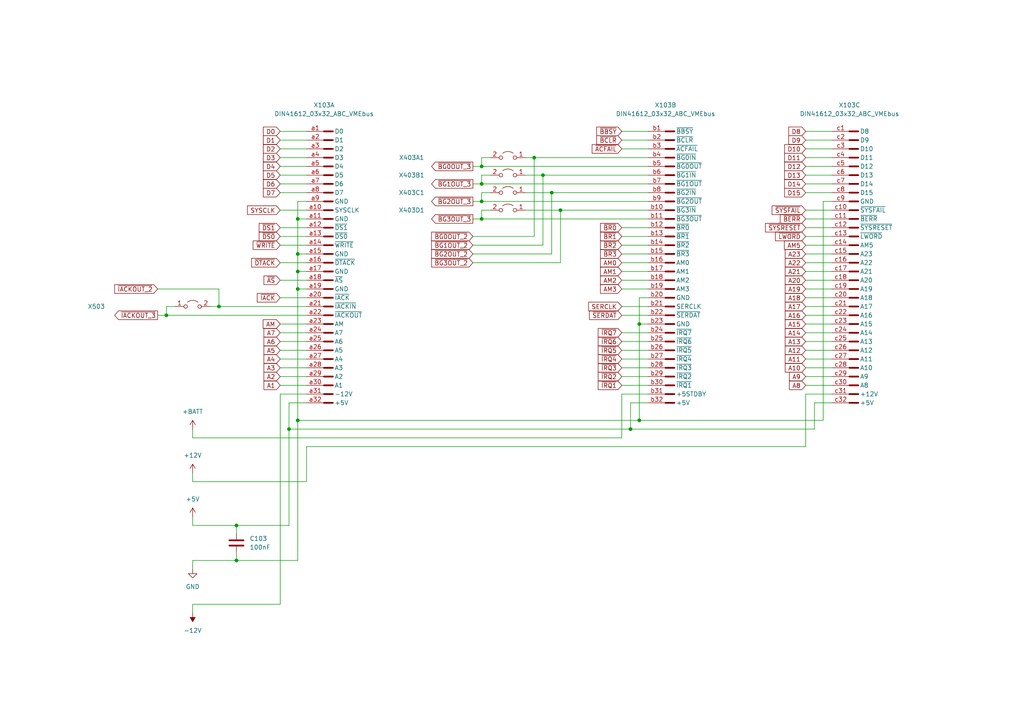
<source format=kicad_sch>
(kicad_sch (version 20211123) (generator eeschema)
  (paper "A4")
  (title_block (title "SLOT 2") (date "2024-01-03") (rev "1") (company "TOM STOREY") (comment 1 "FREE FOR NON-COMMERCIAL USE"))
  (lib_symbols
    (symbol "COMET symbols:C" (pin_numbers hide) (pin_names hide)
      (property "Reference" "C" (at 0 0 0))
      (property "Value" "C" (at 0 0 0))
      (symbol "C_0_1"
        (polyline (pts (xy -2.032 -0.762) (xy 2.032 -0.762)) (stroke (width 0.508)))
        (polyline (pts (xy -2.032 0.762) (xy 2.032 0.762)) (stroke (width 0.508)))
      )
      (symbol "C_1_1"
        (pin passive line (at 0 2.54 270) (length 1.524) (name "~") (number "1"))
        (pin passive line (at 0 -2.54 90) (length 1.524) (name "~") (number "2"))
      )
    )
    (symbol "COMET symbols:DIN41612_03x32_ABC_VMEbus" (pin_names (offset 3.048))
      (property "Reference" "X1" (at -20.32 45.72 0))
      (property "Value" "DIN41612_03x32_ABC_VMEbus" (at -20.32 43.18 0))
      (symbol "DIN41612_03x32_ABC_VMEbus_1_1"
        (polyline (pts (xy 0 -40.64) (xy 2.54 -40.64)) (stroke (width 0.508)))
        (polyline (pts (xy 0 -38.1) (xy 2.54 -38.1)) (stroke (width 0.508)))
        (polyline (pts (xy 0 -35.56) (xy 2.54 -35.56)) (stroke (width 0.508)))
        (polyline (pts (xy 0 -33.02) (xy 2.54 -33.02)) (stroke (width 0.508)))
        (polyline (pts (xy 0 -30.48) (xy 2.54 -30.48)) (stroke (width 0.508)))
        (polyline (pts (xy 0 -27.94) (xy 2.54 -27.94)) (stroke (width 0.508)))
        (polyline (pts (xy 0 -25.4) (xy 2.54 -25.4)) (stroke (width 0.508)))
        (polyline (pts (xy 0 -22.86) (xy 2.54 -22.86)) (stroke (width 0.508)))
        (polyline (pts (xy 0 -20.32) (xy 2.54 -20.32)) (stroke (width 0.508)))
        (polyline (pts (xy 0 -17.78) (xy 2.54 -17.78)) (stroke (width 0.508)))
        (polyline (pts (xy 0 -15.24) (xy 2.54 -15.24)) (stroke (width 0.508)))
        (polyline (pts (xy 0 -12.7) (xy 2.54 -12.7)) (stroke (width 0.508)))
        (polyline (pts (xy 0 -10.16) (xy 2.54 -10.16)) (stroke (width 0.508)))
        (polyline (pts (xy 0 -7.62) (xy 2.54 -7.62)) (stroke (width 0.508)))
        (polyline (pts (xy 0 -5.08) (xy 2.54 -5.08)) (stroke (width 0.508)))
        (polyline (pts (xy 0 -2.54) (xy 2.54 -2.54)) (stroke (width 0.508)))
        (polyline (pts (xy 0 0) (xy 2.54 0)) (stroke (width 0.508)))
        (polyline (pts (xy 0 2.54) (xy 2.54 2.54)) (stroke (width 0.508)))
        (polyline (pts (xy 0 5.08) (xy 2.54 5.08)) (stroke (width 0.508)))
        (polyline (pts (xy 0 7.62) (xy 2.54 7.62)) (stroke (width 0.508)))
        (polyline (pts (xy 0 10.16) (xy 2.54 10.16)) (stroke (width 0.508)))
        (polyline (pts (xy 0 12.7) (xy 2.54 12.7)) (stroke (width 0.508)))
        (polyline (pts (xy 0 15.24) (xy 2.54 15.24)) (stroke (width 0.508)))
        (polyline (pts (xy 0 17.78) (xy 2.54 17.78)) (stroke (width 0.508)))
        (polyline (pts (xy 0 20.32) (xy 2.54 20.32)) (stroke (width 0.508)))
        (polyline (pts (xy 0 22.86) (xy 2.54 22.86)) (stroke (width 0.508)))
        (polyline (pts (xy 0 25.4) (xy 2.54 25.4)) (stroke (width 0.508)))
        (polyline (pts (xy 0 27.94) (xy 2.54 27.94)) (stroke (width 0.508)))
        (polyline (pts (xy 0 30.48) (xy 2.54 30.48)) (stroke (width 0.508)))
        (polyline (pts (xy 0 33.02) (xy 2.54 33.02)) (stroke (width 0.508)))
        (polyline (pts (xy 0 35.56) (xy 2.54 35.56)) (stroke (width 0.508)))
        (polyline (pts (xy 0 38.1) (xy 2.54 38.1)) (stroke (width 0.508)))
        (pin passive line (at -5.08 38.1 0) (length 5.08) (name "D0") (number "a1"))
        (pin passive line (at -5.08 15.24 0) (length 5.08) (name "SYSCLK") (number "a10"))
        (pin passive line (at -5.08 12.7 0) (length 5.08) (name "GND") (number "a11"))
        (pin passive line (at -5.08 10.16 0) (length 5.08) (name "~{DS1}") (number "a12"))
        (pin passive line (at -5.08 7.62 0) (length 5.08) (name "~{DS0}") (number "a13"))
        (pin passive line (at -5.08 5.08 0) (length 5.08) (name "~{WRITE}") (number "a14"))
        (pin passive line (at -5.08 2.54 0) (length 5.08) (name "GND") (number "a15"))
        (pin passive line (at -5.08 0 0) (length 5.08) (name "~{DTACK}") (number "a16"))
        (pin passive line (at -5.08 -2.54 0) (length 5.08) (name "GND") (number "a17"))
        (pin passive line (at -5.08 -5.08 0) (length 5.08) (name "~{AS}") (number "a18"))
        (pin passive line (at -5.08 -7.62 0) (length 5.08) (name "GND") (number "a19"))
        (pin passive line (at -5.08 35.56 0) (length 5.08) (name "D1") (number "a2"))
        (pin passive line (at -5.08 -10.16 0) (length 5.08) (name "~{IACK}") (number "a20"))
        (pin passive line (at -5.08 -12.7 0) (length 5.08) (name "~{IACKIN}") (number "a21"))
        (pin passive line (at -5.08 -15.24 0) (length 5.08) (name "~{IACKOUT}") (number "a22"))
        (pin passive line (at -5.08 -17.78 0) (length 5.08) (name "AM") (number "a23"))
        (pin passive line (at -5.08 -20.32 0) (length 5.08) (name "A7") (number "a24"))
        (pin passive line (at -5.08 -22.86 0) (length 5.08) (name "A6") (number "a25"))
        (pin passive line (at -5.08 -25.4 0) (length 5.08) (name "A5") (number "a26"))
        (pin passive line (at -5.08 -27.94 0) (length 5.08) (name "A4") (number "a27"))
        (pin passive line (at -5.08 -30.48 0) (length 5.08) (name "A3") (number "a28"))
        (pin passive line (at -5.08 -33.02 0) (length 5.08) (name "A2") (number "a29"))
        (pin passive line (at -5.08 33.02 0) (length 5.08) (name "D2") (number "a3"))
        (pin passive line (at -5.08 -35.56 0) (length 5.08) (name "A1") (number "a30"))
        (pin passive line (at -5.08 -38.1 0) (length 5.08) (name "-12V") (number "a31"))
        (pin passive line (at -5.08 -40.64 0) (length 5.08) (name "+5V") (number "a32"))
        (pin passive line (at -5.08 30.48 0) (length 5.08) (name "D3") (number "a4"))
        (pin passive line (at -5.08 27.94 0) (length 5.08) (name "D4") (number "a5"))
        (pin passive line (at -5.08 25.4 0) (length 5.08) (name "D5") (number "a6"))
        (pin passive line (at -5.08 22.86 0) (length 5.08) (name "D6") (number "a7"))
        (pin passive line (at -5.08 20.32 0) (length 5.08) (name "D7") (number "a8"))
        (pin passive line (at -5.08 17.78 0) (length 5.08) (name "GND") (number "a9"))
      )
      (symbol "DIN41612_03x32_ABC_VMEbus_2_1"
        (polyline (pts (xy 0 -40.64) (xy 2.54 -40.64)) (stroke (width 0.508)))
        (polyline (pts (xy 0 -38.1) (xy 2.54 -38.1)) (stroke (width 0.508)))
        (polyline (pts (xy 0 -35.56) (xy 2.54 -35.56)) (stroke (width 0.508)))
        (polyline (pts (xy 0 -33.02) (xy 2.54 -33.02)) (stroke (width 0.508)))
        (polyline (pts (xy 0 -30.48) (xy 2.54 -30.48)) (stroke (width 0.508)))
        (polyline (pts (xy 0 -27.94) (xy 2.54 -27.94)) (stroke (width 0.508)))
        (polyline (pts (xy 0 -25.4) (xy 2.54 -25.4)) (stroke (width 0.508)))
        (polyline (pts (xy 0 -22.86) (xy 2.54 -22.86)) (stroke (width 0.508)))
        (polyline (pts (xy 0 -20.32) (xy 2.54 -20.32)) (stroke (width 0.508)))
        (polyline (pts (xy 0 -17.78) (xy 2.54 -17.78)) (stroke (width 0.508)))
        (polyline (pts (xy 0 -15.24) (xy 2.54 -15.24)) (stroke (width 0.508)))
        (polyline (pts (xy 0 -12.7) (xy 2.54 -12.7)) (stroke (width 0.508)))
        (polyline (pts (xy 0 -10.16) (xy 2.54 -10.16)) (stroke (width 0.508)))
        (polyline (pts (xy 0 -7.62) (xy 2.54 -7.62)) (stroke (width 0.508)))
        (polyline (pts (xy 0 -5.08) (xy 2.54 -5.08)) (stroke (width 0.508)))
        (polyline (pts (xy 0 -2.54) (xy 2.54 -2.54)) (stroke (width 0.508)))
        (polyline (pts (xy 0 0) (xy 2.54 0)) (stroke (width 0.508)))
        (polyline (pts (xy 0 2.54) (xy 2.54 2.54)) (stroke (width 0.508)))
        (polyline (pts (xy 0 5.08) (xy 2.54 5.08)) (stroke (width 0.508)))
        (polyline (pts (xy 0 7.62) (xy 2.54 7.62)) (stroke (width 0.508)))
        (polyline (pts (xy 0 10.16) (xy 2.54 10.16)) (stroke (width 0.508)))
        (polyline (pts (xy 0 12.7) (xy 2.54 12.7)) (stroke (width 0.508)))
        (polyline (pts (xy 0 15.24) (xy 2.54 15.24)) (stroke (width 0.508)))
        (polyline (pts (xy 0 17.78) (xy 2.54 17.78)) (stroke (width 0.508)))
        (polyline (pts (xy 0 20.32) (xy 2.54 20.32)) (stroke (width 0.508)))
        (polyline (pts (xy 0 22.86) (xy 2.54 22.86)) (stroke (width 0.508)))
        (polyline (pts (xy 0 25.4) (xy 2.54 25.4)) (stroke (width 0.508)))
        (polyline (pts (xy 0 27.94) (xy 2.54 27.94)) (stroke (width 0.508)))
        (polyline (pts (xy 0 30.48) (xy 2.54 30.48)) (stroke (width 0.508)))
        (polyline (pts (xy 0 33.02) (xy 2.54 33.02)) (stroke (width 0.508)))
        (polyline (pts (xy 0 35.56) (xy 2.54 35.56)) (stroke (width 0.508)))
        (polyline (pts (xy 0 38.1) (xy 2.54 38.1)) (stroke (width 0.508)))
        (pin passive line (at -5.08 38.1 0) (length 5.08) (name "~{BBSY}") (number "b1"))
        (pin passive line (at -5.08 15.24 0) (length 5.08) (name "~{BG3IN}") (number "b10"))
        (pin passive line (at -5.08 12.7 0) (length 5.08) (name "~{BG3OUT}") (number "b11"))
        (pin passive line (at -5.08 10.16 0) (length 5.08) (name "~{BR0}") (number "b12"))
        (pin passive line (at -5.08 7.62 0) (length 5.08) (name "~{BR1}") (number "b13"))
        (pin passive line (at -5.08 5.08 0) (length 5.08) (name "~{BR2}") (number "b14"))
        (pin passive line (at -5.08 2.54 0) (length 5.08) (name "~{BR3}") (number "b15"))
        (pin passive line (at -5.08 0 0) (length 5.08) (name "AM0") (number "b16"))
        (pin passive line (at -5.08 -2.54 0) (length 5.08) (name "AM1") (number "b17"))
        (pin passive line (at -5.08 -5.08 0) (length 5.08) (name "AM2") (number "b18"))
        (pin passive line (at -5.08 -7.62 0) (length 5.08) (name "AM3") (number "b19"))
        (pin passive line (at -5.08 35.56 0) (length 5.08) (name "~{BCLR}") (number "b2"))
        (pin passive line (at -5.08 -10.16 0) (length 5.08) (name "GND") (number "b20"))
        (pin passive line (at -5.08 -12.7 0) (length 5.08) (name "SERCLK") (number "b21"))
        (pin passive line (at -5.08 -15.24 0) (length 5.08) (name "~{SERDAT}") (number "b22"))
        (pin passive line (at -5.08 -17.78 0) (length 5.08) (name "GND") (number "b23"))
        (pin passive line (at -5.08 -20.32 0) (length 5.08) (name "~{IRQ7}") (number "b24"))
        (pin passive line (at -5.08 -22.86 0) (length 5.08) (name "~{IRQ6}") (number "b25"))
        (pin passive line (at -5.08 -25.4 0) (length 5.08) (name "~{IRQ5}") (number "b26"))
        (pin passive line (at -5.08 -27.94 0) (length 5.08) (name "~{IRQ4}") (number "b27"))
        (pin passive line (at -5.08 -30.48 0) (length 5.08) (name "~{IRQ3}") (number "b28"))
        (pin passive line (at -5.08 -33.02 0) (length 5.08) (name "~{IRQ2}") (number "b29"))
        (pin passive line (at -5.08 33.02 0) (length 5.08) (name "~{ACFAIL}") (number "b3"))
        (pin passive line (at -5.08 -35.56 0) (length 5.08) (name "~{IRQ1}") (number "b30"))
        (pin passive line (at -5.08 -38.1 0) (length 5.08) (name "+5STDBY") (number "b31"))
        (pin passive line (at -5.08 -40.64 0) (length 5.08) (name "+5V") (number "b32"))
        (pin passive line (at -5.08 30.48 0) (length 5.08) (name "~{BG0IN}") (number "b4"))
        (pin passive line (at -5.08 27.94 0) (length 5.08) (name "~{BG0OUT}") (number "b5"))
        (pin passive line (at -5.08 25.4 0) (length 5.08) (name "~{BG1IN}") (number "b6"))
        (pin passive line (at -5.08 22.86 0) (length 5.08) (name "~{BG1OUT}") (number "b7"))
        (pin passive line (at -5.08 20.32 0) (length 5.08) (name "~{BG2IN}") (number "b8"))
        (pin passive line (at -5.08 17.78 0) (length 5.08) (name "~{BG2OUT}") (number "b9"))
      )
      (symbol "DIN41612_03x32_ABC_VMEbus_3_1"
        (polyline (pts (xy 0 -40.64) (xy 2.54 -40.64)) (stroke (width 0.508)))
        (polyline (pts (xy 0 -38.1) (xy 2.54 -38.1)) (stroke (width 0.508)))
        (polyline (pts (xy 0 -35.56) (xy 2.54 -35.56)) (stroke (width 0.508)))
        (polyline (pts (xy 0 -33.02) (xy 2.54 -33.02)) (stroke (width 0.508)))
        (polyline (pts (xy 0 -30.48) (xy 2.54 -30.48)) (stroke (width 0.508)))
        (polyline (pts (xy 0 -27.94) (xy 2.54 -27.94)) (stroke (width 0.508)))
        (polyline (pts (xy 0 -25.4) (xy 2.54 -25.4)) (stroke (width 0.508)))
        (polyline (pts (xy 0 -22.86) (xy 2.54 -22.86)) (stroke (width 0.508)))
        (polyline (pts (xy 0 -20.32) (xy 2.54 -20.32)) (stroke (width 0.508)))
        (polyline (pts (xy 0 -17.78) (xy 2.54 -17.78)) (stroke (width 0.508)))
        (polyline (pts (xy 0 -15.24) (xy 2.54 -15.24)) (stroke (width 0.508)))
        (polyline (pts (xy 0 -12.7) (xy 2.54 -12.7)) (stroke (width 0.508)))
        (polyline (pts (xy 0 -10.16) (xy 2.54 -10.16)) (stroke (width 0.508)))
        (polyline (pts (xy 0 -7.62) (xy 2.54 -7.62)) (stroke (width 0.508)))
        (polyline (pts (xy 0 -5.08) (xy 2.54 -5.08)) (stroke (width 0.508)))
        (polyline (pts (xy 0 -2.54) (xy 2.54 -2.54)) (stroke (width 0.508)))
        (polyline (pts (xy 0 0) (xy 2.54 0)) (stroke (width 0.508)))
        (polyline (pts (xy 0 2.54) (xy 2.54 2.54)) (stroke (width 0.508)))
        (polyline (pts (xy 0 5.08) (xy 2.54 5.08)) (stroke (width 0.508)))
        (polyline (pts (xy 0 7.62) (xy 2.54 7.62)) (stroke (width 0.508)))
        (polyline (pts (xy 0 10.16) (xy 2.54 10.16)) (stroke (width 0.508)))
        (polyline (pts (xy 0 12.7) (xy 2.54 12.7)) (stroke (width 0.508)))
        (polyline (pts (xy 0 15.24) (xy 2.54 15.24)) (stroke (width 0.508)))
        (polyline (pts (xy 0 17.78) (xy 2.54 17.78)) (stroke (width 0.508)))
        (polyline (pts (xy 0 20.32) (xy 2.54 20.32)) (stroke (width 0.508)))
        (polyline (pts (xy 0 22.86) (xy 2.54 22.86)) (stroke (width 0.508)))
        (polyline (pts (xy 0 25.4) (xy 2.54 25.4)) (stroke (width 0.508)))
        (polyline (pts (xy 0 27.94) (xy 2.54 27.94)) (stroke (width 0.508)))
        (polyline (pts (xy 0 30.48) (xy 2.54 30.48)) (stroke (width 0.508)))
        (polyline (pts (xy 0 33.02) (xy 2.54 33.02)) (stroke (width 0.508)))
        (polyline (pts (xy 0 35.56) (xy 2.54 35.56)) (stroke (width 0.508)))
        (polyline (pts (xy 0 38.1) (xy 2.54 38.1)) (stroke (width 0.508)))
        (pin passive line (at -5.08 38.1 0) (length 5.08) (name "D8") (number "c1"))
        (pin passive line (at -5.08 15.24 0) (length 5.08) (name "~{SYSFAIL}") (number "c10"))
        (pin passive line (at -5.08 12.7 0) (length 5.08) (name "~{BERR}") (number "c11"))
        (pin passive line (at -5.08 10.16 0) (length 5.08) (name "~{SYSRESET}") (number "c12"))
        (pin passive line (at -5.08 7.62 0) (length 5.08) (name "~{LWORD}") (number "c13"))
        (pin passive line (at -5.08 5.08 0) (length 5.08) (name "AM5") (number "c14"))
        (pin passive line (at -5.08 2.54 0) (length 5.08) (name "A23") (number "c15"))
        (pin passive line (at -5.08 0 0) (length 5.08) (name "A22") (number "c16"))
        (pin passive line (at -5.08 -2.54 0) (length 5.08) (name "A21") (number "c17"))
        (pin passive line (at -5.08 -5.08 0) (length 5.08) (name "A20") (number "c18"))
        (pin passive line (at -5.08 -7.62 0) (length 5.08) (name "A19") (number "c19"))
        (pin passive line (at -5.08 35.56 0) (length 5.08) (name "D9") (number "c2"))
        (pin passive line (at -5.08 -10.16 0) (length 5.08) (name "A18") (number "c20"))
        (pin passive line (at -5.08 -12.7 0) (length 5.08) (name "A17") (number "c21"))
        (pin passive line (at -5.08 -15.24 0) (length 5.08) (name "A16") (number "c22"))
        (pin passive line (at -5.08 -17.78 0) (length 5.08) (name "A15") (number "c23"))
        (pin passive line (at -5.08 -20.32 0) (length 5.08) (name "A14") (number "c24"))
        (pin passive line (at -5.08 -22.86 0) (length 5.08) (name "A13") (number "c25"))
        (pin passive line (at -5.08 -25.4 0) (length 5.08) (name "A12") (number "c26"))
        (pin passive line (at -5.08 -27.94 0) (length 5.08) (name "A11") (number "c27"))
        (pin passive line (at -5.08 -30.48 0) (length 5.08) (name "A10") (number "c28"))
        (pin passive line (at -5.08 -33.02 0) (length 5.08) (name "A9") (number "c29"))
        (pin passive line (at -5.08 33.02 0) (length 5.08) (name "D10") (number "c3"))
        (pin passive line (at -5.08 -35.56 0) (length 5.08) (name "A8") (number "c30"))
        (pin passive line (at -5.08 -38.1 0) (length 5.08) (name "+12V") (number "c31"))
        (pin passive line (at -5.08 -40.64 0) (length 5.08) (name "+5V") (number "c32"))
        (pin passive line (at -5.08 30.48 0) (length 5.08) (name "D11") (number "c4"))
        (pin passive line (at -5.08 27.94 0) (length 5.08) (name "D12") (number "c5"))
        (pin passive line (at -5.08 25.4 0) (length 5.08) (name "D13") (number "c6"))
        (pin passive line (at -5.08 22.86 0) (length 5.08) (name "D14") (number "c7"))
        (pin passive line (at -5.08 20.32 0) (length 5.08) (name "D15") (number "c8"))
        (pin passive line (at -5.08 17.78 0) (length 5.08) (name "GND") (number "c9"))
      )
    )
    (symbol "Jumper:Jumper_2_Open" (pin_names (offset 0) hide)
      (property "Reference" "JP" (at 0 2.794 0))
      (property "Value" "Jumper_2_Open" (at 0 -2.286 0))
      (symbol "Jumper_2_Open_0_0"
        (circle (center -2.032 0) (radius 0.508))
        (circle (center 2.032 0) (radius 0.508))
      )
      (symbol "Jumper_2_Open_0_1"
        (arc (start 1.524 1.27) (mid 0 1.778) (end -1.524 1.27))
      )
      (symbol "Jumper_2_Open_1_1"
        (pin passive line (at -5.08 0 0) (length 2.54) (name "A") (number "1"))
        (pin passive line (at 5.08 0 180) (length 2.54) (name "B") (number "2"))
      )
    )
    (symbol "power:+12V" (power) (pin_names (offset 0))
      (property "Value" "+12V" (at 0 3.556 0))
      (symbol "+12V_0_1"
        (polyline (pts (xy -0.762 1.27) (xy 0 2.54)))
        (polyline (pts (xy 0 0) (xy 0 2.54)))
        (polyline (pts (xy 0 2.54) (xy 0.762 1.27)))
      )
      (symbol "+12V_1_1"
        (pin power_in line (at 0 0 90) (length 0) hide (name "+12V") (number "1"))
      )
    )
    (symbol "power:+5V" (power) (pin_names (offset 0))
      (property "Value" "+5V" (at 0 3.556 0))
      (symbol "+5V_0_1"
        (polyline (pts (xy -0.762 1.27) (xy 0 2.54)))
        (polyline (pts (xy 0 0) (xy 0 2.54)))
        (polyline (pts (xy 0 2.54) (xy 0.762 1.27)))
      )
      (symbol "+5V_1_1"
        (pin power_in line (at 0 0 90) (length 0) hide (name "+5V") (number "1"))
      )
    )
    (symbol "power:+BATT" (power) (pin_names (offset 0))
      (property "Value" "+BATT" (at 0 3.556 0))
      (symbol "+BATT_0_1"
        (polyline (pts (xy -0.762 1.27) (xy 0 2.54)))
        (polyline (pts (xy 0 0) (xy 0 2.54)))
        (polyline (pts (xy 0 2.54) (xy 0.762 1.27)))
      )
      (symbol "+BATT_1_1"
        (pin power_in line (at 0 0 90) (length 0) hide (name "+BATT") (number "1"))
      )
    )
    (symbol "power:-12V" (power) (pin_names (offset 0))
      (property "Value" "-12V" (at 0 3.81 0))
      (symbol "-12V_0_0"
        (pin power_in line (at 0 0 90) (length 0) hide (name "-12V") (number "1"))
      )
      (symbol "-12V_0_1"
        (polyline (pts (xy 0 0) (xy 0 1.27) (xy 0.762 1.27) (xy 0 2.54) (xy -0.762 1.27) (xy 0 1.27)) (fill (type outline)))
      )
    )
    (symbol "power:GND" (power) (pin_names (offset 0))
      (property "Value" "GND" (at 0 -3.81 0))
      (symbol "GND_0_1"
        (polyline (pts (xy 0 0) (xy 0 -1.27) (xy 1.27 -1.27) (xy 0 -2.54) (xy -1.27 -1.27) (xy 0 -1.27)))
      )
      (symbol "GND_1_1"
        (pin power_in line (at 0 0 270) (length 0) hide (name "GND") (number "1"))
      )
    )
  )
  (junction (at 157.48 50.8))
  (junction (at 63.5 88.9))
  (junction (at 86.36 83.82))
  (junction (at 139.7 58.42))
  (junction (at 139.7 63.5))
  (junction (at 86.36 63.5))
  (junction (at 48.26 91.44))
  (junction (at 154.94 45.72))
  (junction (at 139.7 53.34))
  (junction (at 86.36 78.74))
  (junction (at 139.7 48.26))
  (junction (at 185.42 93.98))
  (junction (at 185.42 121.92))
  (junction (at 83.82 124.46))
  (junction (at 160.02 55.88))
  (junction (at 162.56 60.96))
  (junction (at 86.36 73.66))
  (junction (at 68.58 152.4))
  (junction (at 182.88 124.46))
  (junction (at 68.58 162.56))
  (junction (at 86.36 121.92))
  (wire (pts (xy 238.76 58.42) (xy 238.76 121.92)))
  (wire (pts (xy 137.16 73.66) (xy 160.02 73.66)))
  (wire (pts (xy 152.4 50.8) (xy 157.48 50.8)))
  (wire (pts (xy 180.34 83.82) (xy 187.96 83.82)))
  (wire (pts (xy 233.68 106.68) (xy 241.3 106.68)))
  (wire (pts (xy 81.28 60.96) (xy 88.9 60.96)))
  (wire (pts (xy 180.34 43.18) (xy 187.96 43.18)))
  (wire (pts (xy 68.58 160.02) (xy 68.58 162.56)))
  (wire (pts (xy 137.16 53.34) (xy 139.7 53.34)))
  (wire (pts (xy 233.68 55.88) (xy 241.3 55.88)))
  (wire (pts (xy 233.68 91.44) (xy 241.3 91.44)))
  (wire (pts (xy 86.36 78.74) (xy 88.9 78.74)))
  (wire (pts (xy 81.28 106.68) (xy 88.9 106.68)))
  (wire (pts (xy 137.16 63.5) (xy 139.7 63.5)))
  (wire (pts (xy 233.68 71.12) (xy 241.3 71.12)))
  (wire (pts (xy 180.34 127) (xy 180.34 114.3)))
  (wire (pts (xy 233.68 114.3) (xy 241.3 114.3)))
  (wire (pts (xy 139.7 45.72) (xy 139.7 48.26)))
  (wire (pts (xy 81.28 50.8) (xy 88.9 50.8)))
  (wire (pts (xy 233.68 86.36) (xy 241.3 86.36)))
  (wire (pts (xy 86.36 121.92) (xy 185.42 121.92)))
  (wire (pts (xy 157.48 50.8) (xy 157.48 71.12)))
  (wire (pts (xy 60.96 88.9) (xy 63.5 88.9)))
  (wire (pts (xy 55.88 177.8) (xy 55.88 175.26)))
  (wire (pts (xy 182.88 116.84) (xy 182.88 124.46)))
  (wire (pts (xy 185.42 86.36) (xy 185.42 93.98)))
  (wire (pts (xy 81.28 93.98) (xy 88.9 93.98)))
  (wire (pts (xy 55.88 139.7) (xy 88.9 139.7)))
  (wire (pts (xy 182.88 124.46) (xy 236.22 124.46)))
  (wire (pts (xy 236.22 116.84) (xy 241.3 116.84)))
  (wire (pts (xy 180.34 71.12) (xy 187.96 71.12)))
  (wire (pts (xy 233.68 38.1) (xy 241.3 38.1)))
  (wire (pts (xy 233.68 53.34) (xy 241.3 53.34)))
  (wire (pts (xy 55.88 149.86) (xy 55.88 152.4)))
  (wire (pts (xy 185.42 93.98) (xy 187.96 93.98)))
  (wire (pts (xy 86.36 78.74) (xy 86.36 83.82)))
  (wire (pts (xy 81.28 66.04) (xy 88.9 66.04)))
  (wire (pts (xy 180.34 111.76) (xy 187.96 111.76)))
  (wire (pts (xy 233.68 104.14) (xy 241.3 104.14)))
  (wire (pts (xy 180.34 96.52) (xy 187.96 96.52)))
  (wire (pts (xy 180.34 88.9) (xy 187.96 88.9)))
  (wire (pts (xy 55.88 175.26) (xy 81.28 175.26)))
  (wire (pts (xy 139.7 60.96) (xy 142.24 60.96)))
  (wire (pts (xy 162.56 60.96) (xy 162.56 76.2)))
  (wire (pts (xy 139.7 58.42) (xy 187.96 58.42)))
  (wire (pts (xy 187.96 116.84) (xy 182.88 116.84)))
  (wire (pts (xy 55.88 137.16) (xy 55.88 139.7)))
  (wire (pts (xy 81.28 38.1) (xy 88.9 38.1)))
  (wire (pts (xy 81.28 86.36) (xy 88.9 86.36)))
  (wire (pts (xy 86.36 58.42) (xy 86.36 63.5)))
  (wire (pts (xy 160.02 55.88) (xy 160.02 73.66)))
  (wire (pts (xy 83.82 152.4) (xy 83.82 124.46)))
  (wire (pts (xy 55.88 124.46) (xy 55.88 127)))
  (wire (pts (xy 139.7 60.96) (xy 139.7 63.5)))
  (wire (pts (xy 180.34 40.64) (xy 187.96 40.64)))
  (wire (pts (xy 81.28 81.28) (xy 88.9 81.28)))
  (wire (pts (xy 142.24 55.88) (xy 139.7 55.88)))
  (wire (pts (xy 180.34 73.66) (xy 187.96 73.66)))
  (wire (pts (xy 233.68 68.58) (xy 241.3 68.58)))
  (wire (pts (xy 233.68 99.06) (xy 241.3 99.06)))
  (wire (pts (xy 233.68 101.6) (xy 241.3 101.6)))
  (wire (pts (xy 233.68 48.26) (xy 241.3 48.26)))
  (wire (pts (xy 160.02 55.88) (xy 187.96 55.88)))
  (wire (pts (xy 233.68 129.54) (xy 233.68 114.3)))
  (wire (pts (xy 81.28 43.18) (xy 88.9 43.18)))
  (wire (pts (xy 81.28 76.2) (xy 88.9 76.2)))
  (wire (pts (xy 86.36 83.82) (xy 86.36 121.92)))
  (wire (pts (xy 180.34 104.14) (xy 187.96 104.14)))
  (wire (pts (xy 152.4 45.72) (xy 154.94 45.72)))
  (wire (pts (xy 86.36 63.5) (xy 86.36 73.66)))
  (wire (pts (xy 180.34 68.58) (xy 187.96 68.58)))
  (wire (pts (xy 180.34 76.2) (xy 187.96 76.2)))
  (wire (pts (xy 142.24 50.8) (xy 139.7 50.8)))
  (wire (pts (xy 139.7 55.88) (xy 139.7 58.42)))
  (wire (pts (xy 233.68 88.9) (xy 241.3 88.9)))
  (wire (pts (xy 68.58 152.4) (xy 68.58 154.94)))
  (wire (pts (xy 152.4 55.88) (xy 160.02 55.88)))
  (wire (pts (xy 139.7 63.5) (xy 187.96 63.5)))
  (wire (pts (xy 83.82 124.46) (xy 182.88 124.46)))
  (wire (pts (xy 55.88 152.4) (xy 68.58 152.4)))
  (wire (pts (xy 81.28 48.26) (xy 88.9 48.26)))
  (wire (pts (xy 233.68 81.28) (xy 241.3 81.28)))
  (wire (pts (xy 88.9 116.84) (xy 83.82 116.84)))
  (wire (pts (xy 81.28 45.72) (xy 88.9 45.72)))
  (wire (pts (xy 63.5 88.9) (xy 63.5 83.82)))
  (wire (pts (xy 68.58 162.56) (xy 55.88 162.56)))
  (wire (pts (xy 233.68 43.18) (xy 241.3 43.18)))
  (wire (pts (xy 233.68 50.8) (xy 241.3 50.8)))
  (wire (pts (xy 233.68 45.72) (xy 241.3 45.72)))
  (wire (pts (xy 81.28 175.26) (xy 81.28 114.3)))
  (wire (pts (xy 180.34 91.44) (xy 187.96 91.44)))
  (wire (pts (xy 180.34 106.68) (xy 187.96 106.68)))
  (wire (pts (xy 83.82 116.84) (xy 83.82 124.46)))
  (wire (pts (xy 88.9 129.54) (xy 88.9 139.7)))
  (wire (pts (xy 86.36 73.66) (xy 88.9 73.66)))
  (wire (pts (xy 81.28 101.6) (xy 88.9 101.6)))
  (wire (pts (xy 48.26 91.44) (xy 88.9 91.44)))
  (wire (pts (xy 233.68 76.2) (xy 241.3 76.2)))
  (wire (pts (xy 68.58 152.4) (xy 83.82 152.4)))
  (wire (pts (xy 139.7 50.8) (xy 139.7 53.34)))
  (wire (pts (xy 142.24 45.72) (xy 139.7 45.72)))
  (wire (pts (xy 137.16 71.12) (xy 157.48 71.12)))
  (wire (pts (xy 86.36 162.56) (xy 68.58 162.56)))
  (wire (pts (xy 180.34 81.28) (xy 187.96 81.28)))
  (wire (pts (xy 241.3 58.42) (xy 238.76 58.42)))
  (wire (pts (xy 86.36 73.66) (xy 86.36 78.74)))
  (wire (pts (xy 81.28 104.14) (xy 88.9 104.14)))
  (wire (pts (xy 81.28 96.52) (xy 88.9 96.52)))
  (wire (pts (xy 139.7 53.34) (xy 187.96 53.34)))
  (wire (pts (xy 81.28 53.34) (xy 88.9 53.34)))
  (wire (pts (xy 180.34 66.04) (xy 187.96 66.04)))
  (wire (pts (xy 88.9 58.42) (xy 86.36 58.42)))
  (wire (pts (xy 55.88 162.56) (xy 55.88 165.1)))
  (wire (pts (xy 233.68 40.64) (xy 241.3 40.64)))
  (wire (pts (xy 180.34 109.22) (xy 187.96 109.22)))
  (wire (pts (xy 88.9 129.54) (xy 233.68 129.54)))
  (wire (pts (xy 233.68 78.74) (xy 241.3 78.74)))
  (wire (pts (xy 233.68 93.98) (xy 241.3 93.98)))
  (wire (pts (xy 180.34 101.6) (xy 187.96 101.6)))
  (wire (pts (xy 81.28 68.58) (xy 88.9 68.58)))
  (wire (pts (xy 45.72 91.44) (xy 48.26 91.44)))
  (wire (pts (xy 137.16 58.42) (xy 139.7 58.42)))
  (wire (pts (xy 81.28 40.64) (xy 88.9 40.64)))
  (wire (pts (xy 233.68 60.96) (xy 241.3 60.96)))
  (wire (pts (xy 233.68 96.52) (xy 241.3 96.52)))
  (wire (pts (xy 154.94 45.72) (xy 187.96 45.72)))
  (wire (pts (xy 152.4 60.96) (xy 162.56 60.96)))
  (wire (pts (xy 233.68 66.04) (xy 241.3 66.04)))
  (wire (pts (xy 81.28 114.3) (xy 88.9 114.3)))
  (wire (pts (xy 86.36 63.5) (xy 88.9 63.5)))
  (wire (pts (xy 81.28 111.76) (xy 88.9 111.76)))
  (wire (pts (xy 185.42 121.92) (xy 238.76 121.92)))
  (wire (pts (xy 233.68 63.5) (xy 241.3 63.5)))
  (wire (pts (xy 45.72 83.82) (xy 63.5 83.82)))
  (wire (pts (xy 233.68 111.76) (xy 241.3 111.76)))
  (wire (pts (xy 180.34 78.74) (xy 187.96 78.74)))
  (wire (pts (xy 233.68 83.82) (xy 241.3 83.82)))
  (wire (pts (xy 157.48 50.8) (xy 187.96 50.8)))
  (wire (pts (xy 139.7 48.26) (xy 187.96 48.26)))
  (wire (pts (xy 86.36 83.82) (xy 88.9 83.82)))
  (wire (pts (xy 236.22 124.46) (xy 236.22 116.84)))
  (wire (pts (xy 187.96 86.36) (xy 185.42 86.36)))
  (wire (pts (xy 55.88 127) (xy 180.34 127)))
  (wire (pts (xy 81.28 71.12) (xy 88.9 71.12)))
  (wire (pts (xy 63.5 88.9) (xy 88.9 88.9)))
  (wire (pts (xy 233.68 73.66) (xy 241.3 73.66)))
  (wire (pts (xy 233.68 109.22) (xy 241.3 109.22)))
  (wire (pts (xy 81.28 55.88) (xy 88.9 55.88)))
  (wire (pts (xy 81.28 99.06) (xy 88.9 99.06)))
  (wire (pts (xy 162.56 60.96) (xy 187.96 60.96)))
  (wire (pts (xy 50.8 88.9) (xy 48.26 88.9)))
  (wire (pts (xy 86.36 121.92) (xy 86.36 162.56)))
  (wire (pts (xy 137.16 68.58) (xy 154.94 68.58)))
  (wire (pts (xy 81.28 109.22) (xy 88.9 109.22)))
  (wire (pts (xy 180.34 99.06) (xy 187.96 99.06)))
  (wire (pts (xy 185.42 93.98) (xy 185.42 121.92)))
  (wire (pts (xy 180.34 114.3) (xy 187.96 114.3)))
  (wire (pts (xy 137.16 76.2) (xy 162.56 76.2)))
  (wire (pts (xy 137.16 48.26) (xy 139.7 48.26)))
  (wire (pts (xy 180.34 38.1) (xy 187.96 38.1)))
  (wire (pts (xy 154.94 45.72) (xy 154.94 68.58)))
  (wire (pts (xy 48.26 88.9) (xy 48.26 91.44)))
  (global_label "D5" (shape input) (at 81.28 50.8 180) (property "Intersheet References" "${INTERSHEET_REFS}" (effects hide)))
  (global_label "~{BR0}" (shape input) (at 180.34 66.04 180) (property "Intersheet References" "${INTERSHEET_REFS}" (effects hide)))
  (global_label "A14" (shape input) (at 233.68 96.52 180) (property "Intersheet References" "${INTERSHEET_REFS}" (effects hide)))
  (global_label "~{WRITE}" (shape input) (at 81.28 71.12 180) (property "Intersheet References" "${INTERSHEET_REFS}" (effects hide)))
  (global_label "A1" (shape input) (at 81.28 111.76 180) (property "Intersheet References" "${INTERSHEET_REFS}" (effects hide)))
  (global_label "D14" (shape input) (at 233.68 53.34 180) (property "Intersheet References" "${INTERSHEET_REFS}" (effects hide)))
  (global_label "A13" (shape input) (at 233.68 99.06 180) (property "Intersheet References" "${INTERSHEET_REFS}" (effects hide)))
  (global_label "~{IACKOUT_2}" (shape input) (at 45.72 83.82 180) (property "Intersheet References" "${INTERSHEET_REFS}" (effects hide)))
  (global_label "~{BCLR}" (shape input) (at 180.34 40.64 180) (property "Intersheet References" "${INTERSHEET_REFS}" (effects hide)))
  (global_label "A23" (shape input) (at 233.68 73.66 180) (property "Intersheet References" "${INTERSHEET_REFS}" (effects hide)))
  (global_label "A21" (shape input) (at 233.68 78.74 180) (property "Intersheet References" "${INTERSHEET_REFS}" (effects hide)))
  (global_label "~{BG1OUT_3}" (shape output) (at 137.16 53.34 180) (property "Intersheet References" "${INTERSHEET_REFS}" (effects hide)))
  (global_label "~{IRQ1}" (shape input) (at 180.34 111.76 180) (property "Intersheet References" "${INTERSHEET_REFS}" (effects hide)))
  (global_label "AM3" (shape input) (at 180.34 83.82 180) (property "Intersheet References" "${INTERSHEET_REFS}" (effects hide)))
  (global_label "D4" (shape input) (at 81.28 48.26 180) (property "Intersheet References" "${INTERSHEET_REFS}" (effects hide)))
  (global_label "AM" (shape input) (at 81.28 93.98 180) (property "Intersheet References" "${INTERSHEET_REFS}" (effects hide)))
  (global_label "~{BG3OUT_2}" (shape input) (at 137.16 76.2 180) (property "Intersheet References" "${INTERSHEET_REFS}" (effects hide)))
  (global_label "~{BBSY}" (shape input) (at 180.34 38.1 180) (property "Intersheet References" "${INTERSHEET_REFS}" (effects hide)))
  (global_label "~{BG3OUT_3}" (shape output) (at 137.16 63.5 180) (property "Intersheet References" "${INTERSHEET_REFS}" (effects hide)))
  (global_label "~{SYSRESET}" (shape input) (at 233.68 66.04 180) (property "Intersheet References" "${INTERSHEET_REFS}" (effects hide)))
  (global_label "A3" (shape input) (at 81.28 106.68 180) (property "Intersheet References" "${INTERSHEET_REFS}" (effects hide)))
  (global_label "A20" (shape input) (at 233.68 81.28 180) (property "Intersheet References" "${INTERSHEET_REFS}" (effects hide)))
  (global_label "~{BG0OUT_2}" (shape input) (at 137.16 68.58 180) (property "Intersheet References" "${INTERSHEET_REFS}" (effects hide)))
  (global_label "~{BR1}" (shape input) (at 180.34 68.58 180) (property "Intersheet References" "${INTERSHEET_REFS}" (effects hide)))
  (global_label "~{IRQ7}" (shape input) (at 180.34 96.52 180) (property "Intersheet References" "${INTERSHEET_REFS}" (effects hide)))
  (global_label "D0" (shape input) (at 81.28 38.1 180) (property "Intersheet References" "${INTERSHEET_REFS}" (effects hide)))
  (global_label "A17" (shape input) (at 233.68 88.9 180) (property "Intersheet References" "${INTERSHEET_REFS}" (effects hide)))
  (global_label "D8" (shape input) (at 233.68 38.1 180) (property "Intersheet References" "${INTERSHEET_REFS}" (effects hide)))
  (global_label "D12" (shape input) (at 233.68 48.26 180) (property "Intersheet References" "${INTERSHEET_REFS}" (effects hide)))
  (global_label "~{IACK}" (shape input) (at 81.28 86.36 180) (property "Intersheet References" "${INTERSHEET_REFS}" (effects hide)))
  (global_label "A10" (shape input) (at 233.68 106.68 180) (property "Intersheet References" "${INTERSHEET_REFS}" (effects hide)))
  (global_label "AM1" (shape input) (at 180.34 78.74 180) (property "Intersheet References" "${INTERSHEET_REFS}" (effects hide)))
  (global_label "~{BG0OUT_3}" (shape output) (at 137.16 48.26 180) (property "Intersheet References" "${INTERSHEET_REFS}" (effects hide)))
  (global_label "A5" (shape input) (at 81.28 101.6 180) (property "Intersheet References" "${INTERSHEET_REFS}" (effects hide)))
  (global_label "~{DS1}" (shape input) (at 81.28 66.04 180) (property "Intersheet References" "${INTERSHEET_REFS}" (effects hide)))
  (global_label "~{DS0}" (shape input) (at 81.28 68.58 180) (property "Intersheet References" "${INTERSHEET_REFS}" (effects hide)))
  (global_label "SERCLK" (shape input) (at 180.34 88.9 180) (property "Intersheet References" "${INTERSHEET_REFS}" (effects hide)))
  (global_label "~{LWORD}" (shape input) (at 233.68 68.58 180) (property "Intersheet References" "${INTERSHEET_REFS}" (effects hide)))
  (global_label "D3" (shape input) (at 81.28 45.72 180) (property "Intersheet References" "${INTERSHEET_REFS}" (effects hide)))
  (global_label "~{DTACK}" (shape input) (at 81.28 76.2 180) (property "Intersheet References" "${INTERSHEET_REFS}" (effects hide)))
  (global_label "A18" (shape input) (at 233.68 86.36 180) (property "Intersheet References" "${INTERSHEET_REFS}" (effects hide)))
  (global_label "~{SERDAT}" (shape input) (at 180.34 91.44 180) (property "Intersheet References" "${INTERSHEET_REFS}" (effects hide)))
  (global_label "~{BR2}" (shape input) (at 180.34 71.12 180) (property "Intersheet References" "${INTERSHEET_REFS}" (effects hide)))
  (global_label "~{BERR}" (shape input) (at 233.68 63.5 180) (property "Intersheet References" "${INTERSHEET_REFS}" (effects hide)))
  (global_label "SYSCLK" (shape input) (at 81.28 60.96 180) (property "Intersheet References" "${INTERSHEET_REFS}" (effects hide)))
  (global_label "A15" (shape input) (at 233.68 93.98 180) (property "Intersheet References" "${INTERSHEET_REFS}" (effects hide)))
  (global_label "D9" (shape input) (at 233.68 40.64 180) (property "Intersheet References" "${INTERSHEET_REFS}" (effects hide)))
  (global_label "~{IRQ2}" (shape input) (at 180.34 109.22 180) (property "Intersheet References" "${INTERSHEET_REFS}" (effects hide)))
  (global_label "A19" (shape input) (at 233.68 83.82 180) (property "Intersheet References" "${INTERSHEET_REFS}" (effects hide)))
  (global_label "D2" (shape input) (at 81.28 43.18 180) (property "Intersheet References" "${INTERSHEET_REFS}" (effects hide)))
  (global_label "A9" (shape input) (at 233.68 109.22 180) (property "Intersheet References" "${INTERSHEET_REFS}" (effects hide)))
  (global_label "~{BG2OUT_2}" (shape input) (at 137.16 73.66 180) (property "Intersheet References" "${INTERSHEET_REFS}" (effects hide)))
  (global_label "D7" (shape input) (at 81.28 55.88 180) (property "Intersheet References" "${INTERSHEET_REFS}" (effects hide)))
  (global_label "AM5" (shape input) (at 233.68 71.12 180) (property "Intersheet References" "${INTERSHEET_REFS}" (effects hide)))
  (global_label "A16" (shape input) (at 233.68 91.44 180) (property "Intersheet References" "${INTERSHEET_REFS}" (effects hide)))
  (global_label "~{BG1OUT_2}" (shape input) (at 137.16 71.12 180) (property "Intersheet References" "${INTERSHEET_REFS}" (effects hide)))
  (global_label "D6" (shape input) (at 81.28 53.34 180) (property "Intersheet References" "${INTERSHEET_REFS}" (effects hide)))
  (global_label "~{IRQ5}" (shape input) (at 180.34 101.6 180) (property "Intersheet References" "${INTERSHEET_REFS}" (effects hide)))
  (global_label "D15" (shape input) (at 233.68 55.88 180) (property "Intersheet References" "${INTERSHEET_REFS}" (effects hide)))
  (global_label "~{ACFAIL}" (shape input) (at 180.34 43.18 180) (property "Intersheet References" "${INTERSHEET_REFS}" (effects hide)))
  (global_label "~{BR3}" (shape input) (at 180.34 73.66 180) (property "Intersheet References" "${INTERSHEET_REFS}" (effects hide)))
  (global_label "A2" (shape input) (at 81.28 109.22 180) (property "Intersheet References" "${INTERSHEET_REFS}" (effects hide)))
  (global_label "A11" (shape input) (at 233.68 104.14 180) (property "Intersheet References" "${INTERSHEET_REFS}" (effects hide)))
  (global_label "D13" (shape input) (at 233.68 50.8 180) (property "Intersheet References" "${INTERSHEET_REFS}" (effects hide)))
  (global_label "~{AS}" (shape input) (at 81.28 81.28 180) (property "Intersheet References" "${INTERSHEET_REFS}" (effects hide)))
  (global_label "A12" (shape input) (at 233.68 101.6 180) (property "Intersheet References" "${INTERSHEET_REFS}" (effects hide)))
  (global_label "AM0" (shape input) (at 180.34 76.2 180) (property "Intersheet References" "${INTERSHEET_REFS}" (effects hide)))
  (global_label "AM2" (shape input) (at 180.34 81.28 180) (property "Intersheet References" "${INTERSHEET_REFS}" (effects hide)))
  (global_label "D11" (shape input) (at 233.68 45.72 180) (property "Intersheet References" "${INTERSHEET_REFS}" (effects hide)))
  (global_label "A4" (shape input) (at 81.28 104.14 180) (property "Intersheet References" "${INTERSHEET_REFS}" (effects hide)))
  (global_label "~{IRQ4}" (shape input) (at 180.34 104.14 180) (property "Intersheet References" "${INTERSHEET_REFS}" (effects hide)))
  (global_label "A22" (shape input) (at 233.68 76.2 180) (property "Intersheet References" "${INTERSHEET_REFS}" (effects hide)))
  (global_label "D10" (shape input) (at 233.68 43.18 180) (property "Intersheet References" "${INTERSHEET_REFS}" (effects hide)))
  (global_label "A6" (shape input) (at 81.28 99.06 180) (property "Intersheet References" "${INTERSHEET_REFS}" (effects hide)))
  (global_label "~{SYSFAIL}" (shape input) (at 233.68 60.96 180) (property "Intersheet References" "${INTERSHEET_REFS}" (effects hide)))
  (global_label "A8" (shape input) (at 233.68 111.76 180) (property "Intersheet References" "${INTERSHEET_REFS}" (effects hide)))
  (global_label "D1" (shape input) (at 81.28 40.64 180) (property "Intersheet References" "${INTERSHEET_REFS}" (effects hide)))
  (global_label "~{IRQ3}" (shape input) (at 180.34 106.68 180) (property "Intersheet References" "${INTERSHEET_REFS}" (effects hide)))
  (global_label "~{IACKOUT_3}" (shape output) (at 45.72 91.44 180) (property "Intersheet References" "${INTERSHEET_REFS}" (effects hide)))
  (global_label "~{BG2OUT_3}" (shape output) (at 137.16 58.42 180) (property "Intersheet References" "${INTERSHEET_REFS}" (effects hide)))
  (global_label "A7" (shape input) (at 81.28 96.52 180) (property "Intersheet References" "${INTERSHEET_REFS}" (effects hide)))
  (global_label "~{IRQ6}" (shape input) (at 180.34 99.06 180) (property "Intersheet References" "${INTERSHEET_REFS}" (effects hide)))
  (symbol (lib_id "power:+12V") (at 55.88 137.16 0) (unit 1)
    (property "Reference" "#PWR0130" (effects hide))
    (property "Value" "+12V" (at 55.88 132.08 0))
  )
  (symbol (lib_id "power:+5V") (at 55.88 149.86 0) (unit 1)
    (property "Reference" "#PWR0128" (effects hide))
    (property "Value" "+5V" (at 55.88 144.78 0))
  )
  (symbol (lib_id "COMET symbols:C") (at 68.58 157.48 0) (unit 1)
    (property "Reference" "C103" (at 72.39 156.2099 0) (effects (justify left)))
    (property "Value" "100nF" (at 72.39 158.7499 0) (effects (justify left)))
    (property "Footprint" "Capacitor_THT:C_Disc_D4.3mm_W1.9mm_P5.00mm" (effects hide))
  )
  (symbol (lib_id "power:+BATT") (at 55.88 124.46 0) (unit 1)
    (property "Reference" "#PWR0129" (effects hide))
    (property "Value" "+BATT" (at 55.88 119.38 0))
  )
  (symbol (lib_id "Jumper:Jumper_2_Open") (at 147.32 50.8 0) (mirror y) (unit 1)
    (property "Reference" "X403B1" (at 119.38 50.8 0))
    (property "Value" "Jumper_2_Open" (effects hide))
    (property "Footprint" "Connector_PinHeader_2.54mm:PinHeader_1x02_P2.54mm_Vertical" (effects hide))
  )
  (symbol (lib_id "Jumper:Jumper_2_Open") (at 147.32 60.96 0) (mirror y) (unit 1)
    (property "Reference" "X403D1" (at 119.38 60.96 0))
    (property "Value" "Jumper_2_Open" (effects hide))
    (property "Footprint" "Connector_PinHeader_2.54mm:PinHeader_1x02_P2.54mm_Vertical" (effects hide))
  )
  (symbol (lib_id "power:-12V") (at 55.88 177.8 180) (unit 1)
    (property "Reference" "#PWR0126" (effects hide))
    (property "Value" "-12V" (at 55.88 182.88 0))
  )
  (symbol (lib_id "Jumper:Jumper_2_Open") (at 147.32 45.72 0) (mirror y) (unit 1)
    (property "Reference" "X403A1" (at 119.38 45.72 0))
    (property "Value" "Jumper_2_Open" (effects hide))
    (property "Footprint" "Connector_PinHeader_2.54mm:PinHeader_1x02_P2.54mm_Vertical" (effects hide))
  )
  (symbol (lib_id "power:GND") (at 55.88 165.1 0) (unit 1)
    (property "Reference" "#PWR0127" (effects hide))
    (property "Value" "GND" (at 55.88 170.18 0))
  )
  (symbol (lib_id "Jumper:Jumper_2_Open") (at 147.32 55.88 0) (mirror y) (unit 1)
    (property "Reference" "X403C1" (at 119.38 55.88 0))
    (property "Value" "Jumper_2_Open" (effects hide))
    (property "Footprint" "Connector_PinHeader_2.54mm:PinHeader_1x02_P2.54mm_Vertical" (effects hide))
  )
  (symbol (lib_id "COMET symbols:DIN41612_03x32_ABC_VMEbus") (at 93.98 76.2 0) (unit 1)
    (property "Reference" "X103" (at 93.98 30.48 0))
    (property "Value" "DIN41612_03x32_ABC_VMEbus" (at 93.98 33.02 0))
    (property "Footprint" "COMET footprints:Connector_DIN41612_C_3x32_Female_Vertical_THT" (effects hide))
  )
  (symbol (lib_id "COMET symbols:DIN41612_03x32_ABC_VMEbus") (at 246.38 76.2 0) (unit 3)
    (property "Reference" "X103" (at 246.38 30.48 0))
    (property "Value" "DIN41612_03x32_ABC_VMEbus" (at 246.38 33.02 0))
    (property "Footprint" "COMET footprints:Connector_DIN41612_C_3x32_Female_Vertical_THT" (effects hide))
  )
  (symbol (lib_id "Jumper:Jumper_2_Open") (at 55.88 88.9 0) (unit 1)
    (property "Reference" "X503" (at 27.94 88.9 0))
    (property "Value" "Jumper_2_Open" (effects hide))
    (property "Footprint" "Connector_PinHeader_2.54mm:PinHeader_1x02_P2.54mm_Vertical" (effects hide))
  )
  (symbol (lib_id "COMET symbols:DIN41612_03x32_ABC_VMEbus") (at 193.04 76.2 0) (unit 2)
    (property "Reference" "X103" (at 193.04 30.48 0))
    (property "Value" "DIN41612_03x32_ABC_VMEbus" (at 193.04 33.02 0))
    (property "Footprint" "COMET footprints:Connector_DIN41612_C_3x32_Female_Vertical_THT" (effects hide))
  )
)
</source>
